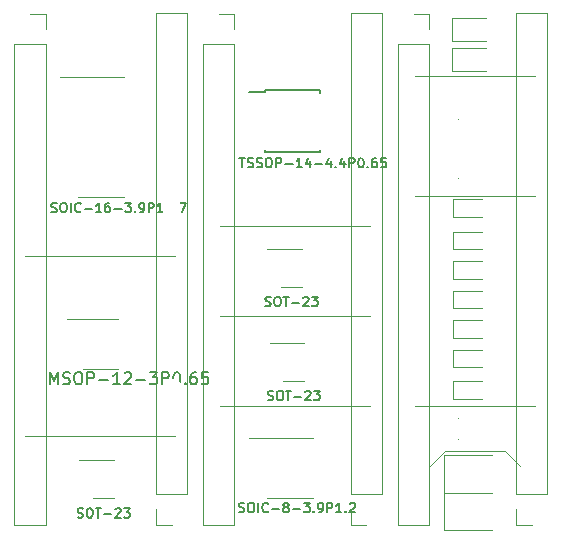
<source format=gto>
%TF.GenerationSoftware,KiCad,Pcbnew,5.1.10*%
%TF.CreationDate,2021-10-22T01:18:59+03:00*%
%TF.ProjectId,breakouts,62726561-6b6f-4757-9473-2e6b69636164,rev?*%
%TF.SameCoordinates,Original*%
%TF.FileFunction,Legend,Top*%
%TF.FilePolarity,Positive*%
%FSLAX46Y46*%
G04 Gerber Fmt 4.6, Leading zero omitted, Abs format (unit mm)*
G04 Created by KiCad (PCBNEW 5.1.10) date 2021-10-22 01:18:59*
%MOMM*%
%LPD*%
G01*
G04 APERTURE LIST*
%ADD10C,0.120000*%
%ADD11C,0.100000*%
%ADD12C,0.150000*%
%ADD13C,0.160000*%
%ADD14R,1.650000X2.850000*%
%ADD15O,1.700000X1.700000*%
%ADD16R,1.700000X1.700000*%
%ADD17R,1.560000X0.650000*%
%ADD18R,1.500000X1.800000*%
%ADD19R,1.450000X0.450000*%
G04 APERTURE END LIST*
D10*
X78740000Y-82550000D02*
X80010000Y-83820000D01*
X73660000Y-82550000D02*
X78740000Y-82550000D01*
X72390000Y-83820000D02*
X73660000Y-82550000D01*
X71120000Y-78740000D02*
X81280000Y-78740000D01*
X71120000Y-60960000D02*
X81280000Y-60960000D01*
X71120000Y-50800000D02*
X81280000Y-50800000D01*
X54610000Y-63500000D02*
X67310000Y-63500000D01*
X54610000Y-71120000D02*
X67310000Y-71120000D01*
X54610000Y-78740000D02*
X67310000Y-78740000D01*
X38100000Y-81280000D02*
X50800000Y-81280000D01*
X38100000Y-66040000D02*
X50800000Y-66040000D01*
%TO.C,J20*%
X44500000Y-71390000D02*
X41625000Y-71390000D01*
X44500000Y-71390000D02*
X46000000Y-71390000D01*
X44500000Y-75610000D02*
X43000000Y-75610000D01*
X44500000Y-75610000D02*
X46000000Y-75610000D01*
%TO.C,J18*%
X81000000Y-88794999D02*
X79670000Y-88794999D01*
X79670000Y-88794999D02*
X79670000Y-87464999D01*
X79670000Y-86194999D02*
X79670000Y-45494999D01*
X82330000Y-45494999D02*
X79670000Y-45494999D01*
X82330000Y-86194999D02*
X82330000Y-45494999D01*
X82330000Y-86194999D02*
X79670000Y-86194999D01*
%TO.C,J16*%
X71000000Y-45534999D02*
X72330000Y-45534999D01*
X72330000Y-45534999D02*
X72330000Y-46864999D01*
X72330000Y-48134999D02*
X72330000Y-88834999D01*
X69670000Y-88834999D02*
X72330000Y-88834999D01*
X69670000Y-48134999D02*
X69670000Y-88834999D01*
X69670000Y-48134999D02*
X72330000Y-48134999D01*
%TO.C,J15*%
X67000000Y-88794999D02*
X65670000Y-88794999D01*
X65670000Y-88794999D02*
X65670000Y-87464999D01*
X65670000Y-86194999D02*
X65670000Y-45494999D01*
X68330000Y-45494999D02*
X65670000Y-45494999D01*
X68330000Y-86194999D02*
X68330000Y-45494999D01*
X68330000Y-86194999D02*
X65670000Y-86194999D01*
%TO.C,J13*%
X54500000Y-45534999D02*
X55830000Y-45534999D01*
X55830000Y-45534999D02*
X55830000Y-46864999D01*
X55830000Y-48134999D02*
X55830000Y-88834999D01*
X53170000Y-88834999D02*
X55830000Y-88834999D01*
X53170000Y-48134999D02*
X53170000Y-88834999D01*
X53170000Y-48134999D02*
X55830000Y-48134999D01*
%TO.C,J12*%
X50500000Y-88794999D02*
X49170000Y-88794999D01*
X49170000Y-88794999D02*
X49170000Y-87464999D01*
X49170000Y-86194999D02*
X49170000Y-45494999D01*
X51830000Y-45494999D02*
X49170000Y-45494999D01*
X51830000Y-86194999D02*
X51830000Y-45494999D01*
X51830000Y-86194999D02*
X49170000Y-86194999D01*
%TO.C,J11*%
X38500000Y-45534999D02*
X39830000Y-45534999D01*
X39830000Y-45534999D02*
X39830000Y-46864999D01*
X39830000Y-48134999D02*
X39830000Y-88834999D01*
X37170000Y-88834999D02*
X39830000Y-88834999D01*
X37170000Y-48134999D02*
X37170000Y-88834999D01*
X37170000Y-48134999D02*
X39830000Y-48134999D01*
%TO.C,J28*%
X45650000Y-83340000D02*
X42700000Y-83340000D01*
X43850000Y-86560000D02*
X45650000Y-86560000D01*
%TO.C,J26*%
X60500000Y-81440000D02*
X57050000Y-81440000D01*
X60500000Y-81440000D02*
X62450000Y-81440000D01*
X60500000Y-86560000D02*
X58550000Y-86560000D01*
X60500000Y-86560000D02*
X62450000Y-86560000D01*
%TO.C,J22*%
X61750000Y-73390000D02*
X58800000Y-73390000D01*
X59950000Y-76610000D02*
X61750000Y-76610000D01*
%TO.C,J21*%
X74340000Y-72985000D02*
X76800000Y-72985000D01*
X74340000Y-71515000D02*
X74340000Y-72985000D01*
X76800000Y-71515000D02*
X74340000Y-71515000D01*
%TO.C,J19*%
X74340000Y-70485000D02*
X76800000Y-70485000D01*
X74340000Y-69015000D02*
X74340000Y-70485000D01*
X76800000Y-69015000D02*
X74340000Y-69015000D01*
%TO.C,J17*%
X74340000Y-67985000D02*
X76800000Y-67985000D01*
X74340000Y-66515000D02*
X74340000Y-67985000D01*
X76800000Y-66515000D02*
X74340000Y-66515000D01*
D11*
%TO.C,J8*%
X74785000Y-59500000D02*
G75*
G03*
X74785000Y-59500000I-50000J0D01*
G01*
%TO.C,J7*%
X74785000Y-57000000D02*
G75*
G03*
X74785000Y-57000000I-50000J0D01*
G01*
D10*
%TO.C,J30*%
X73540000Y-89285000D02*
X77600000Y-89285000D01*
X73540000Y-86115000D02*
X73540000Y-89285000D01*
X77600000Y-86115000D02*
X73540000Y-86115000D01*
%TO.C,J29*%
X73540000Y-86085000D02*
X77600000Y-86085000D01*
X73540000Y-82915000D02*
X73540000Y-86085000D01*
X77600000Y-82915000D02*
X73540000Y-82915000D01*
%TO.C,J14*%
X61550000Y-65440000D02*
X58600000Y-65440000D01*
X59750000Y-68660000D02*
X61550000Y-68660000D01*
%TO.C,J27*%
X74240000Y-50360000D02*
X77100000Y-50360000D01*
X74240000Y-48440000D02*
X74240000Y-50360000D01*
X77100000Y-48440000D02*
X74240000Y-48440000D01*
%TO.C,J25*%
X74240000Y-47860000D02*
X77100000Y-47860000D01*
X74240000Y-45940000D02*
X74240000Y-47860000D01*
X77100000Y-45940000D02*
X74240000Y-45940000D01*
D12*
%TO.C,J5*%
X58425000Y-52150000D02*
X57075000Y-52150000D01*
X58425000Y-57275000D02*
X63075000Y-57275000D01*
X58425000Y-52025000D02*
X63075000Y-52025000D01*
X58425000Y-57275000D02*
X58425000Y-57050000D01*
X63075000Y-57275000D02*
X63075000Y-57050000D01*
X63075000Y-52025000D02*
X63075000Y-52250000D01*
X58425000Y-52025000D02*
X58425000Y-52150000D01*
D10*
%TO.C,J24*%
X74340000Y-78135000D02*
X76800000Y-78135000D01*
X74340000Y-76665000D02*
X74340000Y-78135000D01*
X76800000Y-76665000D02*
X74340000Y-76665000D01*
%TO.C,J23*%
X74340000Y-75485000D02*
X76800000Y-75485000D01*
X74340000Y-74015000D02*
X74340000Y-75485000D01*
X76800000Y-74015000D02*
X74340000Y-74015000D01*
%TO.C,J10*%
X74340000Y-65485000D02*
X76800000Y-65485000D01*
X74340000Y-64015000D02*
X74340000Y-65485000D01*
X76800000Y-64015000D02*
X74340000Y-64015000D01*
%TO.C,J9*%
X74340000Y-62735000D02*
X76800000Y-62735000D01*
X74340000Y-61265000D02*
X74340000Y-62735000D01*
X76800000Y-61265000D02*
X74340000Y-61265000D01*
D11*
%TO.C,J6*%
X74785000Y-54500000D02*
G75*
G03*
X74785000Y-54500000I-50000J0D01*
G01*
%TO.C,J3*%
X74785000Y-52000000D02*
G75*
G03*
X74785000Y-52000000I-50000J0D01*
G01*
%TO.C,J2*%
X74785000Y-81600000D02*
G75*
G03*
X74785000Y-81600000I-50000J0D01*
G01*
D10*
%TO.C,J4*%
X44500000Y-61060000D02*
X46450000Y-61060000D01*
X44500000Y-61060000D02*
X42550000Y-61060000D01*
X44500000Y-50940000D02*
X46450000Y-50940000D01*
X44500000Y-50940000D02*
X41050000Y-50940000D01*
D11*
%TO.C,J1*%
X74785000Y-79800000D02*
G75*
G03*
X74785000Y-79800000I-50000J0D01*
G01*
%TO.C,J20*%
D12*
X40233333Y-76902380D02*
X40233333Y-75902380D01*
X40566666Y-76616666D01*
X40900000Y-75902380D01*
X40900000Y-76902380D01*
X41328571Y-76854761D02*
X41471428Y-76902380D01*
X41709523Y-76902380D01*
X41804761Y-76854761D01*
X41852380Y-76807142D01*
X41900000Y-76711904D01*
X41900000Y-76616666D01*
X41852380Y-76521428D01*
X41804761Y-76473809D01*
X41709523Y-76426190D01*
X41519047Y-76378571D01*
X41423809Y-76330952D01*
X41376190Y-76283333D01*
X41328571Y-76188095D01*
X41328571Y-76092857D01*
X41376190Y-75997619D01*
X41423809Y-75950000D01*
X41519047Y-75902380D01*
X41757142Y-75902380D01*
X41900000Y-75950000D01*
X42519047Y-75902380D02*
X42709523Y-75902380D01*
X42804761Y-75950000D01*
X42900000Y-76045238D01*
X42947619Y-76235714D01*
X42947619Y-76569047D01*
X42900000Y-76759523D01*
X42804761Y-76854761D01*
X42709523Y-76902380D01*
X42519047Y-76902380D01*
X42423809Y-76854761D01*
X42328571Y-76759523D01*
X42280952Y-76569047D01*
X42280952Y-76235714D01*
X42328571Y-76045238D01*
X42423809Y-75950000D01*
X42519047Y-75902380D01*
X43376190Y-76902380D02*
X43376190Y-75902380D01*
X43757142Y-75902380D01*
X43852380Y-75950000D01*
X43900000Y-75997619D01*
X43947619Y-76092857D01*
X43947619Y-76235714D01*
X43900000Y-76330952D01*
X43852380Y-76378571D01*
X43757142Y-76426190D01*
X43376190Y-76426190D01*
X44376190Y-76521428D02*
X45138095Y-76521428D01*
X46138095Y-76902380D02*
X45566666Y-76902380D01*
X45852380Y-76902380D02*
X45852380Y-75902380D01*
X45757142Y-76045238D01*
X45661904Y-76140476D01*
X45566666Y-76188095D01*
X46519047Y-75997619D02*
X46566666Y-75950000D01*
X46661904Y-75902380D01*
X46900000Y-75902380D01*
X46995238Y-75950000D01*
X47042857Y-75997619D01*
X47090476Y-76092857D01*
X47090476Y-76188095D01*
X47042857Y-76330952D01*
X46471428Y-76902380D01*
X47090476Y-76902380D01*
X47519047Y-76521428D02*
X48280952Y-76521428D01*
X48661904Y-75902380D02*
X49280952Y-75902380D01*
X48947619Y-76283333D01*
X49090476Y-76283333D01*
X49185714Y-76330952D01*
X49233333Y-76378571D01*
X49280952Y-76473809D01*
X49280952Y-76711904D01*
X49233333Y-76807142D01*
X49185714Y-76854761D01*
X49090476Y-76902380D01*
X48804761Y-76902380D01*
X48709523Y-76854761D01*
X48661904Y-76807142D01*
X49709523Y-76902380D02*
X49709523Y-75902380D01*
X50090476Y-75902380D01*
X50185714Y-75950000D01*
X50233333Y-75997619D01*
X50280952Y-76092857D01*
X50280952Y-76235714D01*
X50233333Y-76330952D01*
X50185714Y-76378571D01*
X50090476Y-76426190D01*
X49709523Y-76426190D01*
X50900000Y-75902380D02*
X50995238Y-75902380D01*
X51090476Y-75950000D01*
X51138095Y-75997619D01*
X51185714Y-76092857D01*
X51233333Y-76283333D01*
X51233333Y-76521428D01*
X51185714Y-76711904D01*
X51138095Y-76807142D01*
X51090476Y-76854761D01*
X50995238Y-76902380D01*
X50900000Y-76902380D01*
X50804761Y-76854761D01*
X50757142Y-76807142D01*
X50709523Y-76711904D01*
X50661904Y-76521428D01*
X50661904Y-76283333D01*
X50709523Y-76092857D01*
X50757142Y-75997619D01*
X50804761Y-75950000D01*
X50900000Y-75902380D01*
X51661904Y-76807142D02*
X51709523Y-76854761D01*
X51661904Y-76902380D01*
X51614285Y-76854761D01*
X51661904Y-76807142D01*
X51661904Y-76902380D01*
X52566666Y-75902380D02*
X52376190Y-75902380D01*
X52280952Y-75950000D01*
X52233333Y-75997619D01*
X52138095Y-76140476D01*
X52090476Y-76330952D01*
X52090476Y-76711904D01*
X52138095Y-76807142D01*
X52185714Y-76854761D01*
X52280952Y-76902380D01*
X52471428Y-76902380D01*
X52566666Y-76854761D01*
X52614285Y-76807142D01*
X52661904Y-76711904D01*
X52661904Y-76473809D01*
X52614285Y-76378571D01*
X52566666Y-76330952D01*
X52471428Y-76283333D01*
X52280952Y-76283333D01*
X52185714Y-76330952D01*
X52138095Y-76378571D01*
X52090476Y-76473809D01*
X53566666Y-75902380D02*
X53090476Y-75902380D01*
X53042857Y-76378571D01*
X53090476Y-76330952D01*
X53185714Y-76283333D01*
X53423809Y-76283333D01*
X53519047Y-76330952D01*
X53566666Y-76378571D01*
X53614285Y-76473809D01*
X53614285Y-76711904D01*
X53566666Y-76807142D01*
X53519047Y-76854761D01*
X53423809Y-76902380D01*
X53185714Y-76902380D01*
X53090476Y-76854761D01*
X53042857Y-76807142D01*
%TO.C,J28*%
D13*
X42540476Y-88173809D02*
X42654761Y-88211904D01*
X42845238Y-88211904D01*
X42921428Y-88173809D01*
X42959523Y-88135714D01*
X42997619Y-88059523D01*
X42997619Y-87983333D01*
X42959523Y-87907142D01*
X42921428Y-87869047D01*
X42845238Y-87830952D01*
X42692857Y-87792857D01*
X42616666Y-87754761D01*
X42578571Y-87716666D01*
X42540476Y-87640476D01*
X42540476Y-87564285D01*
X42578571Y-87488095D01*
X42616666Y-87450000D01*
X42692857Y-87411904D01*
X42883333Y-87411904D01*
X42997619Y-87450000D01*
X43492857Y-87411904D02*
X43645238Y-87411904D01*
X43721428Y-87450000D01*
X43797619Y-87526190D01*
X43835714Y-87678571D01*
X43835714Y-87945238D01*
X43797619Y-88097619D01*
X43721428Y-88173809D01*
X43645238Y-88211904D01*
X43492857Y-88211904D01*
X43416666Y-88173809D01*
X43340476Y-88097619D01*
X43302380Y-87945238D01*
X43302380Y-87678571D01*
X43340476Y-87526190D01*
X43416666Y-87450000D01*
X43492857Y-87411904D01*
X44064285Y-87411904D02*
X44521428Y-87411904D01*
X44292857Y-88211904D02*
X44292857Y-87411904D01*
X44788095Y-87907142D02*
X45397619Y-87907142D01*
X45740476Y-87488095D02*
X45778571Y-87450000D01*
X45854761Y-87411904D01*
X46045238Y-87411904D01*
X46121428Y-87450000D01*
X46159523Y-87488095D01*
X46197619Y-87564285D01*
X46197619Y-87640476D01*
X46159523Y-87754761D01*
X45702380Y-88211904D01*
X46197619Y-88211904D01*
X46464285Y-87411904D02*
X46959523Y-87411904D01*
X46692857Y-87716666D01*
X46807142Y-87716666D01*
X46883333Y-87754761D01*
X46921428Y-87792857D01*
X46959523Y-87869047D01*
X46959523Y-88059523D01*
X46921428Y-88135714D01*
X46883333Y-88173809D01*
X46807142Y-88211904D01*
X46578571Y-88211904D01*
X46502380Y-88173809D01*
X46464285Y-88135714D01*
%TO.C,J26*%
X56204761Y-87723809D02*
X56319047Y-87761904D01*
X56509523Y-87761904D01*
X56585714Y-87723809D01*
X56623809Y-87685714D01*
X56661904Y-87609523D01*
X56661904Y-87533333D01*
X56623809Y-87457142D01*
X56585714Y-87419047D01*
X56509523Y-87380952D01*
X56357142Y-87342857D01*
X56280952Y-87304761D01*
X56242857Y-87266666D01*
X56204761Y-87190476D01*
X56204761Y-87114285D01*
X56242857Y-87038095D01*
X56280952Y-87000000D01*
X56357142Y-86961904D01*
X56547619Y-86961904D01*
X56661904Y-87000000D01*
X57157142Y-86961904D02*
X57309523Y-86961904D01*
X57385714Y-87000000D01*
X57461904Y-87076190D01*
X57500000Y-87228571D01*
X57500000Y-87495238D01*
X57461904Y-87647619D01*
X57385714Y-87723809D01*
X57309523Y-87761904D01*
X57157142Y-87761904D01*
X57080952Y-87723809D01*
X57004761Y-87647619D01*
X56966666Y-87495238D01*
X56966666Y-87228571D01*
X57004761Y-87076190D01*
X57080952Y-87000000D01*
X57157142Y-86961904D01*
X57842857Y-87761904D02*
X57842857Y-86961904D01*
X58680952Y-87685714D02*
X58642857Y-87723809D01*
X58528571Y-87761904D01*
X58452380Y-87761904D01*
X58338095Y-87723809D01*
X58261904Y-87647619D01*
X58223809Y-87571428D01*
X58185714Y-87419047D01*
X58185714Y-87304761D01*
X58223809Y-87152380D01*
X58261904Y-87076190D01*
X58338095Y-87000000D01*
X58452380Y-86961904D01*
X58528571Y-86961904D01*
X58642857Y-87000000D01*
X58680952Y-87038095D01*
X59023809Y-87457142D02*
X59633333Y-87457142D01*
X60128571Y-87304761D02*
X60052380Y-87266666D01*
X60014285Y-87228571D01*
X59976190Y-87152380D01*
X59976190Y-87114285D01*
X60014285Y-87038095D01*
X60052380Y-87000000D01*
X60128571Y-86961904D01*
X60280952Y-86961904D01*
X60357142Y-87000000D01*
X60395238Y-87038095D01*
X60433333Y-87114285D01*
X60433333Y-87152380D01*
X60395238Y-87228571D01*
X60357142Y-87266666D01*
X60280952Y-87304761D01*
X60128571Y-87304761D01*
X60052380Y-87342857D01*
X60014285Y-87380952D01*
X59976190Y-87457142D01*
X59976190Y-87609523D01*
X60014285Y-87685714D01*
X60052380Y-87723809D01*
X60128571Y-87761904D01*
X60280952Y-87761904D01*
X60357142Y-87723809D01*
X60395238Y-87685714D01*
X60433333Y-87609523D01*
X60433333Y-87457142D01*
X60395238Y-87380952D01*
X60357142Y-87342857D01*
X60280952Y-87304761D01*
X60776190Y-87457142D02*
X61385714Y-87457142D01*
X61690476Y-86961904D02*
X62185714Y-86961904D01*
X61919047Y-87266666D01*
X62033333Y-87266666D01*
X62109523Y-87304761D01*
X62147619Y-87342857D01*
X62185714Y-87419047D01*
X62185714Y-87609523D01*
X62147619Y-87685714D01*
X62109523Y-87723809D01*
X62033333Y-87761904D01*
X61804761Y-87761904D01*
X61728571Y-87723809D01*
X61690476Y-87685714D01*
X62528571Y-87685714D02*
X62566666Y-87723809D01*
X62528571Y-87761904D01*
X62490476Y-87723809D01*
X62528571Y-87685714D01*
X62528571Y-87761904D01*
X62947619Y-87761904D02*
X63100000Y-87761904D01*
X63176190Y-87723809D01*
X63214285Y-87685714D01*
X63290476Y-87571428D01*
X63328571Y-87419047D01*
X63328571Y-87114285D01*
X63290476Y-87038095D01*
X63252380Y-87000000D01*
X63176190Y-86961904D01*
X63023809Y-86961904D01*
X62947619Y-87000000D01*
X62909523Y-87038095D01*
X62871428Y-87114285D01*
X62871428Y-87304761D01*
X62909523Y-87380952D01*
X62947619Y-87419047D01*
X63023809Y-87457142D01*
X63176190Y-87457142D01*
X63252380Y-87419047D01*
X63290476Y-87380952D01*
X63328571Y-87304761D01*
X63671428Y-87761904D02*
X63671428Y-86961904D01*
X63976190Y-86961904D01*
X64052380Y-87000000D01*
X64090476Y-87038095D01*
X64128571Y-87114285D01*
X64128571Y-87228571D01*
X64090476Y-87304761D01*
X64052380Y-87342857D01*
X63976190Y-87380952D01*
X63671428Y-87380952D01*
X64890476Y-87761904D02*
X64433333Y-87761904D01*
X64661904Y-87761904D02*
X64661904Y-86961904D01*
X64585714Y-87076190D01*
X64509523Y-87152380D01*
X64433333Y-87190476D01*
X65233333Y-87685714D02*
X65271428Y-87723809D01*
X65233333Y-87761904D01*
X65195238Y-87723809D01*
X65233333Y-87685714D01*
X65233333Y-87761904D01*
X65576190Y-87038095D02*
X65614285Y-87000000D01*
X65690476Y-86961904D01*
X65880952Y-86961904D01*
X65957142Y-87000000D01*
X65995238Y-87038095D01*
X66033333Y-87114285D01*
X66033333Y-87190476D01*
X65995238Y-87304761D01*
X65538095Y-87761904D01*
X66033333Y-87761904D01*
X66300000Y-86961904D02*
X66833333Y-86961904D01*
X66490476Y-87761904D01*
%TO.C,J22*%
X58640476Y-78223809D02*
X58754761Y-78261904D01*
X58945238Y-78261904D01*
X59021428Y-78223809D01*
X59059523Y-78185714D01*
X59097619Y-78109523D01*
X59097619Y-78033333D01*
X59059523Y-77957142D01*
X59021428Y-77919047D01*
X58945238Y-77880952D01*
X58792857Y-77842857D01*
X58716666Y-77804761D01*
X58678571Y-77766666D01*
X58640476Y-77690476D01*
X58640476Y-77614285D01*
X58678571Y-77538095D01*
X58716666Y-77500000D01*
X58792857Y-77461904D01*
X58983333Y-77461904D01*
X59097619Y-77500000D01*
X59592857Y-77461904D02*
X59745238Y-77461904D01*
X59821428Y-77500000D01*
X59897619Y-77576190D01*
X59935714Y-77728571D01*
X59935714Y-77995238D01*
X59897619Y-78147619D01*
X59821428Y-78223809D01*
X59745238Y-78261904D01*
X59592857Y-78261904D01*
X59516666Y-78223809D01*
X59440476Y-78147619D01*
X59402380Y-77995238D01*
X59402380Y-77728571D01*
X59440476Y-77576190D01*
X59516666Y-77500000D01*
X59592857Y-77461904D01*
X60164285Y-77461904D02*
X60621428Y-77461904D01*
X60392857Y-78261904D02*
X60392857Y-77461904D01*
X60888095Y-77957142D02*
X61497619Y-77957142D01*
X61840476Y-77538095D02*
X61878571Y-77500000D01*
X61954761Y-77461904D01*
X62145238Y-77461904D01*
X62221428Y-77500000D01*
X62259523Y-77538095D01*
X62297619Y-77614285D01*
X62297619Y-77690476D01*
X62259523Y-77804761D01*
X61802380Y-78261904D01*
X62297619Y-78261904D01*
X62564285Y-77461904D02*
X63059523Y-77461904D01*
X62792857Y-77766666D01*
X62907142Y-77766666D01*
X62983333Y-77804761D01*
X63021428Y-77842857D01*
X63059523Y-77919047D01*
X63059523Y-78109523D01*
X63021428Y-78185714D01*
X62983333Y-78223809D01*
X62907142Y-78261904D01*
X62678571Y-78261904D01*
X62602380Y-78223809D01*
X62564285Y-78185714D01*
%TO.C,J14*%
X58440476Y-70273809D02*
X58554761Y-70311904D01*
X58745238Y-70311904D01*
X58821428Y-70273809D01*
X58859523Y-70235714D01*
X58897619Y-70159523D01*
X58897619Y-70083333D01*
X58859523Y-70007142D01*
X58821428Y-69969047D01*
X58745238Y-69930952D01*
X58592857Y-69892857D01*
X58516666Y-69854761D01*
X58478571Y-69816666D01*
X58440476Y-69740476D01*
X58440476Y-69664285D01*
X58478571Y-69588095D01*
X58516666Y-69550000D01*
X58592857Y-69511904D01*
X58783333Y-69511904D01*
X58897619Y-69550000D01*
X59392857Y-69511904D02*
X59545238Y-69511904D01*
X59621428Y-69550000D01*
X59697619Y-69626190D01*
X59735714Y-69778571D01*
X59735714Y-70045238D01*
X59697619Y-70197619D01*
X59621428Y-70273809D01*
X59545238Y-70311904D01*
X59392857Y-70311904D01*
X59316666Y-70273809D01*
X59240476Y-70197619D01*
X59202380Y-70045238D01*
X59202380Y-69778571D01*
X59240476Y-69626190D01*
X59316666Y-69550000D01*
X59392857Y-69511904D01*
X59964285Y-69511904D02*
X60421428Y-69511904D01*
X60192857Y-70311904D02*
X60192857Y-69511904D01*
X60688095Y-70007142D02*
X61297619Y-70007142D01*
X61640476Y-69588095D02*
X61678571Y-69550000D01*
X61754761Y-69511904D01*
X61945238Y-69511904D01*
X62021428Y-69550000D01*
X62059523Y-69588095D01*
X62097619Y-69664285D01*
X62097619Y-69740476D01*
X62059523Y-69854761D01*
X61602380Y-70311904D01*
X62097619Y-70311904D01*
X62364285Y-69511904D02*
X62859523Y-69511904D01*
X62592857Y-69816666D01*
X62707142Y-69816666D01*
X62783333Y-69854761D01*
X62821428Y-69892857D01*
X62859523Y-69969047D01*
X62859523Y-70159523D01*
X62821428Y-70235714D01*
X62783333Y-70273809D01*
X62707142Y-70311904D01*
X62478571Y-70311904D01*
X62402380Y-70273809D01*
X62364285Y-70235714D01*
%TO.C,J5*%
X56252380Y-57761904D02*
X56709523Y-57761904D01*
X56480952Y-58561904D02*
X56480952Y-57761904D01*
X56938095Y-58523809D02*
X57052380Y-58561904D01*
X57242857Y-58561904D01*
X57319047Y-58523809D01*
X57357142Y-58485714D01*
X57395238Y-58409523D01*
X57395238Y-58333333D01*
X57357142Y-58257142D01*
X57319047Y-58219047D01*
X57242857Y-58180952D01*
X57090476Y-58142857D01*
X57014285Y-58104761D01*
X56976190Y-58066666D01*
X56938095Y-57990476D01*
X56938095Y-57914285D01*
X56976190Y-57838095D01*
X57014285Y-57800000D01*
X57090476Y-57761904D01*
X57280952Y-57761904D01*
X57395238Y-57800000D01*
X57700000Y-58523809D02*
X57814285Y-58561904D01*
X58004761Y-58561904D01*
X58080952Y-58523809D01*
X58119047Y-58485714D01*
X58157142Y-58409523D01*
X58157142Y-58333333D01*
X58119047Y-58257142D01*
X58080952Y-58219047D01*
X58004761Y-58180952D01*
X57852380Y-58142857D01*
X57776190Y-58104761D01*
X57738095Y-58066666D01*
X57700000Y-57990476D01*
X57700000Y-57914285D01*
X57738095Y-57838095D01*
X57776190Y-57800000D01*
X57852380Y-57761904D01*
X58042857Y-57761904D01*
X58157142Y-57800000D01*
X58652380Y-57761904D02*
X58804761Y-57761904D01*
X58880952Y-57800000D01*
X58957142Y-57876190D01*
X58995238Y-58028571D01*
X58995238Y-58295238D01*
X58957142Y-58447619D01*
X58880952Y-58523809D01*
X58804761Y-58561904D01*
X58652380Y-58561904D01*
X58576190Y-58523809D01*
X58500000Y-58447619D01*
X58461904Y-58295238D01*
X58461904Y-58028571D01*
X58500000Y-57876190D01*
X58576190Y-57800000D01*
X58652380Y-57761904D01*
X59338095Y-58561904D02*
X59338095Y-57761904D01*
X59642857Y-57761904D01*
X59719047Y-57800000D01*
X59757142Y-57838095D01*
X59795238Y-57914285D01*
X59795238Y-58028571D01*
X59757142Y-58104761D01*
X59719047Y-58142857D01*
X59642857Y-58180952D01*
X59338095Y-58180952D01*
X60138095Y-58257142D02*
X60747619Y-58257142D01*
X61547619Y-58561904D02*
X61090476Y-58561904D01*
X61319047Y-58561904D02*
X61319047Y-57761904D01*
X61242857Y-57876190D01*
X61166666Y-57952380D01*
X61090476Y-57990476D01*
X62233333Y-58028571D02*
X62233333Y-58561904D01*
X62042857Y-57723809D02*
X61852380Y-58295238D01*
X62347619Y-58295238D01*
X62652380Y-58257142D02*
X63261904Y-58257142D01*
X63985714Y-58028571D02*
X63985714Y-58561904D01*
X63795238Y-57723809D02*
X63604761Y-58295238D01*
X64100000Y-58295238D01*
X64404761Y-58485714D02*
X64442857Y-58523809D01*
X64404761Y-58561904D01*
X64366666Y-58523809D01*
X64404761Y-58485714D01*
X64404761Y-58561904D01*
X65128571Y-58028571D02*
X65128571Y-58561904D01*
X64938095Y-57723809D02*
X64747619Y-58295238D01*
X65242857Y-58295238D01*
X65547619Y-58561904D02*
X65547619Y-57761904D01*
X65852380Y-57761904D01*
X65928571Y-57800000D01*
X65966666Y-57838095D01*
X66004761Y-57914285D01*
X66004761Y-58028571D01*
X65966666Y-58104761D01*
X65928571Y-58142857D01*
X65852380Y-58180952D01*
X65547619Y-58180952D01*
X66500000Y-57761904D02*
X66576190Y-57761904D01*
X66652380Y-57800000D01*
X66690476Y-57838095D01*
X66728571Y-57914285D01*
X66766666Y-58066666D01*
X66766666Y-58257142D01*
X66728571Y-58409523D01*
X66690476Y-58485714D01*
X66652380Y-58523809D01*
X66576190Y-58561904D01*
X66500000Y-58561904D01*
X66423809Y-58523809D01*
X66385714Y-58485714D01*
X66347619Y-58409523D01*
X66309523Y-58257142D01*
X66309523Y-58066666D01*
X66347619Y-57914285D01*
X66385714Y-57838095D01*
X66423809Y-57800000D01*
X66500000Y-57761904D01*
X67109523Y-58485714D02*
X67147619Y-58523809D01*
X67109523Y-58561904D01*
X67071428Y-58523809D01*
X67109523Y-58485714D01*
X67109523Y-58561904D01*
X67833333Y-57761904D02*
X67680952Y-57761904D01*
X67604761Y-57800000D01*
X67566666Y-57838095D01*
X67490476Y-57952380D01*
X67452380Y-58104761D01*
X67452380Y-58409523D01*
X67490476Y-58485714D01*
X67528571Y-58523809D01*
X67604761Y-58561904D01*
X67757142Y-58561904D01*
X67833333Y-58523809D01*
X67871428Y-58485714D01*
X67909523Y-58409523D01*
X67909523Y-58219047D01*
X67871428Y-58142857D01*
X67833333Y-58104761D01*
X67757142Y-58066666D01*
X67604761Y-58066666D01*
X67528571Y-58104761D01*
X67490476Y-58142857D01*
X67452380Y-58219047D01*
X68633333Y-57761904D02*
X68252380Y-57761904D01*
X68214285Y-58142857D01*
X68252380Y-58104761D01*
X68328571Y-58066666D01*
X68519047Y-58066666D01*
X68595238Y-58104761D01*
X68633333Y-58142857D01*
X68671428Y-58219047D01*
X68671428Y-58409523D01*
X68633333Y-58485714D01*
X68595238Y-58523809D01*
X68519047Y-58561904D01*
X68328571Y-58561904D01*
X68252380Y-58523809D01*
X68214285Y-58485714D01*
%TO.C,J4*%
X40323809Y-62323809D02*
X40438095Y-62361904D01*
X40628571Y-62361904D01*
X40704761Y-62323809D01*
X40742857Y-62285714D01*
X40780952Y-62209523D01*
X40780952Y-62133333D01*
X40742857Y-62057142D01*
X40704761Y-62019047D01*
X40628571Y-61980952D01*
X40476190Y-61942857D01*
X40400000Y-61904761D01*
X40361904Y-61866666D01*
X40323809Y-61790476D01*
X40323809Y-61714285D01*
X40361904Y-61638095D01*
X40400000Y-61600000D01*
X40476190Y-61561904D01*
X40666666Y-61561904D01*
X40780952Y-61600000D01*
X41276190Y-61561904D02*
X41428571Y-61561904D01*
X41504761Y-61600000D01*
X41580952Y-61676190D01*
X41619047Y-61828571D01*
X41619047Y-62095238D01*
X41580952Y-62247619D01*
X41504761Y-62323809D01*
X41428571Y-62361904D01*
X41276190Y-62361904D01*
X41200000Y-62323809D01*
X41123809Y-62247619D01*
X41085714Y-62095238D01*
X41085714Y-61828571D01*
X41123809Y-61676190D01*
X41200000Y-61600000D01*
X41276190Y-61561904D01*
X41961904Y-62361904D02*
X41961904Y-61561904D01*
X42800000Y-62285714D02*
X42761904Y-62323809D01*
X42647619Y-62361904D01*
X42571428Y-62361904D01*
X42457142Y-62323809D01*
X42380952Y-62247619D01*
X42342857Y-62171428D01*
X42304761Y-62019047D01*
X42304761Y-61904761D01*
X42342857Y-61752380D01*
X42380952Y-61676190D01*
X42457142Y-61600000D01*
X42571428Y-61561904D01*
X42647619Y-61561904D01*
X42761904Y-61600000D01*
X42800000Y-61638095D01*
X43142857Y-62057142D02*
X43752380Y-62057142D01*
X44552380Y-62361904D02*
X44095238Y-62361904D01*
X44323809Y-62361904D02*
X44323809Y-61561904D01*
X44247619Y-61676190D01*
X44171428Y-61752380D01*
X44095238Y-61790476D01*
X45238095Y-61561904D02*
X45085714Y-61561904D01*
X45009523Y-61600000D01*
X44971428Y-61638095D01*
X44895238Y-61752380D01*
X44857142Y-61904761D01*
X44857142Y-62209523D01*
X44895238Y-62285714D01*
X44933333Y-62323809D01*
X45009523Y-62361904D01*
X45161904Y-62361904D01*
X45238095Y-62323809D01*
X45276190Y-62285714D01*
X45314285Y-62209523D01*
X45314285Y-62019047D01*
X45276190Y-61942857D01*
X45238095Y-61904761D01*
X45161904Y-61866666D01*
X45009523Y-61866666D01*
X44933333Y-61904761D01*
X44895238Y-61942857D01*
X44857142Y-62019047D01*
X45657142Y-62057142D02*
X46266666Y-62057142D01*
X46571428Y-61561904D02*
X47066666Y-61561904D01*
X46800000Y-61866666D01*
X46914285Y-61866666D01*
X46990476Y-61904761D01*
X47028571Y-61942857D01*
X47066666Y-62019047D01*
X47066666Y-62209523D01*
X47028571Y-62285714D01*
X46990476Y-62323809D01*
X46914285Y-62361904D01*
X46685714Y-62361904D01*
X46609523Y-62323809D01*
X46571428Y-62285714D01*
X47409523Y-62285714D02*
X47447619Y-62323809D01*
X47409523Y-62361904D01*
X47371428Y-62323809D01*
X47409523Y-62285714D01*
X47409523Y-62361904D01*
X47828571Y-62361904D02*
X47980952Y-62361904D01*
X48057142Y-62323809D01*
X48095238Y-62285714D01*
X48171428Y-62171428D01*
X48209523Y-62019047D01*
X48209523Y-61714285D01*
X48171428Y-61638095D01*
X48133333Y-61600000D01*
X48057142Y-61561904D01*
X47904761Y-61561904D01*
X47828571Y-61600000D01*
X47790476Y-61638095D01*
X47752380Y-61714285D01*
X47752380Y-61904761D01*
X47790476Y-61980952D01*
X47828571Y-62019047D01*
X47904761Y-62057142D01*
X48057142Y-62057142D01*
X48133333Y-62019047D01*
X48171428Y-61980952D01*
X48209523Y-61904761D01*
X48552380Y-62361904D02*
X48552380Y-61561904D01*
X48857142Y-61561904D01*
X48933333Y-61600000D01*
X48971428Y-61638095D01*
X49009523Y-61714285D01*
X49009523Y-61828571D01*
X48971428Y-61904761D01*
X48933333Y-61942857D01*
X48857142Y-61980952D01*
X48552380Y-61980952D01*
X49771428Y-62361904D02*
X49314285Y-62361904D01*
X49542857Y-62361904D02*
X49542857Y-61561904D01*
X49466666Y-61676190D01*
X49390476Y-61752380D01*
X49314285Y-61790476D01*
X50114285Y-62285714D02*
X50152380Y-62323809D01*
X50114285Y-62361904D01*
X50076190Y-62323809D01*
X50114285Y-62285714D01*
X50114285Y-62361904D01*
X50457142Y-61638095D02*
X50495238Y-61600000D01*
X50571428Y-61561904D01*
X50761904Y-61561904D01*
X50838095Y-61600000D01*
X50876190Y-61638095D01*
X50914285Y-61714285D01*
X50914285Y-61790476D01*
X50876190Y-61904761D01*
X50419047Y-62361904D01*
X50914285Y-62361904D01*
X51180952Y-61561904D02*
X51714285Y-61561904D01*
X51371428Y-62361904D01*
%TD*%
%LPC*%
D14*
%TO.C,J20*%
X44500000Y-73500000D03*
G36*
G01*
X45925000Y-71975000D02*
X45925000Y-71775000D01*
G75*
G02*
X46025000Y-71675000I100000J0D01*
G01*
X47275000Y-71675000D01*
G75*
G02*
X47375000Y-71775000I0J-100000D01*
G01*
X47375000Y-71975000D01*
G75*
G02*
X47275000Y-72075000I-100000J0D01*
G01*
X46025000Y-72075000D01*
G75*
G02*
X45925000Y-71975000I0J100000D01*
G01*
G37*
G36*
G01*
X45925000Y-72625000D02*
X45925000Y-72425000D01*
G75*
G02*
X46025000Y-72325000I100000J0D01*
G01*
X47275000Y-72325000D01*
G75*
G02*
X47375000Y-72425000I0J-100000D01*
G01*
X47375000Y-72625000D01*
G75*
G02*
X47275000Y-72725000I-100000J0D01*
G01*
X46025000Y-72725000D01*
G75*
G02*
X45925000Y-72625000I0J100000D01*
G01*
G37*
G36*
G01*
X45925000Y-73275000D02*
X45925000Y-73075000D01*
G75*
G02*
X46025000Y-72975000I100000J0D01*
G01*
X47275000Y-72975000D01*
G75*
G02*
X47375000Y-73075000I0J-100000D01*
G01*
X47375000Y-73275000D01*
G75*
G02*
X47275000Y-73375000I-100000J0D01*
G01*
X46025000Y-73375000D01*
G75*
G02*
X45925000Y-73275000I0J100000D01*
G01*
G37*
G36*
G01*
X45925000Y-73925000D02*
X45925000Y-73725000D01*
G75*
G02*
X46025000Y-73625000I100000J0D01*
G01*
X47275000Y-73625000D01*
G75*
G02*
X47375000Y-73725000I0J-100000D01*
G01*
X47375000Y-73925000D01*
G75*
G02*
X47275000Y-74025000I-100000J0D01*
G01*
X46025000Y-74025000D01*
G75*
G02*
X45925000Y-73925000I0J100000D01*
G01*
G37*
G36*
G01*
X45925000Y-74575000D02*
X45925000Y-74375000D01*
G75*
G02*
X46025000Y-74275000I100000J0D01*
G01*
X47275000Y-74275000D01*
G75*
G02*
X47375000Y-74375000I0J-100000D01*
G01*
X47375000Y-74575000D01*
G75*
G02*
X47275000Y-74675000I-100000J0D01*
G01*
X46025000Y-74675000D01*
G75*
G02*
X45925000Y-74575000I0J100000D01*
G01*
G37*
G36*
G01*
X45925000Y-75225000D02*
X45925000Y-75025000D01*
G75*
G02*
X46025000Y-74925000I100000J0D01*
G01*
X47275000Y-74925000D01*
G75*
G02*
X47375000Y-75025000I0J-100000D01*
G01*
X47375000Y-75225000D01*
G75*
G02*
X47275000Y-75325000I-100000J0D01*
G01*
X46025000Y-75325000D01*
G75*
G02*
X45925000Y-75225000I0J100000D01*
G01*
G37*
G36*
G01*
X41625000Y-75225000D02*
X41625000Y-75025000D01*
G75*
G02*
X41725000Y-74925000I100000J0D01*
G01*
X42975000Y-74925000D01*
G75*
G02*
X43075000Y-75025000I0J-100000D01*
G01*
X43075000Y-75225000D01*
G75*
G02*
X42975000Y-75325000I-100000J0D01*
G01*
X41725000Y-75325000D01*
G75*
G02*
X41625000Y-75225000I0J100000D01*
G01*
G37*
G36*
G01*
X41625000Y-74575000D02*
X41625000Y-74375000D01*
G75*
G02*
X41725000Y-74275000I100000J0D01*
G01*
X42975000Y-74275000D01*
G75*
G02*
X43075000Y-74375000I0J-100000D01*
G01*
X43075000Y-74575000D01*
G75*
G02*
X42975000Y-74675000I-100000J0D01*
G01*
X41725000Y-74675000D01*
G75*
G02*
X41625000Y-74575000I0J100000D01*
G01*
G37*
G36*
G01*
X41625000Y-73925000D02*
X41625000Y-73725000D01*
G75*
G02*
X41725000Y-73625000I100000J0D01*
G01*
X42975000Y-73625000D01*
G75*
G02*
X43075000Y-73725000I0J-100000D01*
G01*
X43075000Y-73925000D01*
G75*
G02*
X42975000Y-74025000I-100000J0D01*
G01*
X41725000Y-74025000D01*
G75*
G02*
X41625000Y-73925000I0J100000D01*
G01*
G37*
G36*
G01*
X41625000Y-73275000D02*
X41625000Y-73075000D01*
G75*
G02*
X41725000Y-72975000I100000J0D01*
G01*
X42975000Y-72975000D01*
G75*
G02*
X43075000Y-73075000I0J-100000D01*
G01*
X43075000Y-73275000D01*
G75*
G02*
X42975000Y-73375000I-100000J0D01*
G01*
X41725000Y-73375000D01*
G75*
G02*
X41625000Y-73275000I0J100000D01*
G01*
G37*
G36*
G01*
X41625000Y-72625000D02*
X41625000Y-72425000D01*
G75*
G02*
X41725000Y-72325000I100000J0D01*
G01*
X42975000Y-72325000D01*
G75*
G02*
X43075000Y-72425000I0J-100000D01*
G01*
X43075000Y-72625000D01*
G75*
G02*
X42975000Y-72725000I-100000J0D01*
G01*
X41725000Y-72725000D01*
G75*
G02*
X41625000Y-72625000I0J100000D01*
G01*
G37*
G36*
G01*
X41625000Y-71975000D02*
X41625000Y-71775000D01*
G75*
G02*
X41725000Y-71675000I100000J0D01*
G01*
X42975000Y-71675000D01*
G75*
G02*
X43075000Y-71775000I0J-100000D01*
G01*
X43075000Y-71975000D01*
G75*
G02*
X42975000Y-72075000I-100000J0D01*
G01*
X41725000Y-72075000D01*
G75*
G02*
X41625000Y-71975000I0J100000D01*
G01*
G37*
%TD*%
D15*
%TO.C,J18*%
X81000000Y-46824999D03*
X81000000Y-49364999D03*
X81000000Y-51904999D03*
X81000000Y-54444999D03*
X81000000Y-56984999D03*
X81000000Y-59524999D03*
X81000000Y-62064999D03*
X81000000Y-64604999D03*
X81000000Y-67144999D03*
X81000000Y-69684999D03*
X81000000Y-72224999D03*
X81000000Y-74764999D03*
X81000000Y-77304999D03*
X81000000Y-79844999D03*
X81000000Y-82384999D03*
X81000000Y-84924999D03*
D16*
X81000000Y-87464999D03*
%TD*%
D15*
%TO.C,J16*%
X71000000Y-87504999D03*
X71000000Y-84964999D03*
X71000000Y-82424999D03*
X71000000Y-79884999D03*
X71000000Y-77344999D03*
X71000000Y-74804999D03*
X71000000Y-72264999D03*
X71000000Y-69724999D03*
X71000000Y-67184999D03*
X71000000Y-64644999D03*
X71000000Y-62104999D03*
X71000000Y-59564999D03*
X71000000Y-57024999D03*
X71000000Y-54484999D03*
X71000000Y-51944999D03*
X71000000Y-49404999D03*
D16*
X71000000Y-46864999D03*
%TD*%
D15*
%TO.C,J15*%
X67000000Y-46824999D03*
X67000000Y-49364999D03*
X67000000Y-51904999D03*
X67000000Y-54444999D03*
X67000000Y-56984999D03*
X67000000Y-59524999D03*
X67000000Y-62064999D03*
X67000000Y-64604999D03*
X67000000Y-67144999D03*
X67000000Y-69684999D03*
X67000000Y-72224999D03*
X67000000Y-74764999D03*
X67000000Y-77304999D03*
X67000000Y-79844999D03*
X67000000Y-82384999D03*
X67000000Y-84924999D03*
D16*
X67000000Y-87464999D03*
%TD*%
D15*
%TO.C,J13*%
X54500000Y-87504999D03*
X54500000Y-84964999D03*
X54500000Y-82424999D03*
X54500000Y-79884999D03*
X54500000Y-77344999D03*
X54500000Y-74804999D03*
X54500000Y-72264999D03*
X54500000Y-69724999D03*
X54500000Y-67184999D03*
X54500000Y-64644999D03*
X54500000Y-62104999D03*
X54500000Y-59564999D03*
X54500000Y-57024999D03*
X54500000Y-54484999D03*
X54500000Y-51944999D03*
X54500000Y-49404999D03*
D16*
X54500000Y-46864999D03*
%TD*%
D15*
%TO.C,J12*%
X50500000Y-46824999D03*
X50500000Y-49364999D03*
X50500000Y-51904999D03*
X50500000Y-54444999D03*
X50500000Y-56984999D03*
X50500000Y-59524999D03*
X50500000Y-62064999D03*
X50500000Y-64604999D03*
X50500000Y-67144999D03*
X50500000Y-69684999D03*
X50500000Y-72224999D03*
X50500000Y-74764999D03*
X50500000Y-77304999D03*
X50500000Y-79844999D03*
X50500000Y-82384999D03*
X50500000Y-84924999D03*
D16*
X50500000Y-87464999D03*
%TD*%
D15*
%TO.C,J11*%
X38500000Y-87504999D03*
X38500000Y-84964999D03*
X38500000Y-82424999D03*
X38500000Y-79884999D03*
X38500000Y-77344999D03*
X38500000Y-74804999D03*
X38500000Y-72264999D03*
X38500000Y-69724999D03*
X38500000Y-67184999D03*
X38500000Y-64644999D03*
X38500000Y-62104999D03*
X38500000Y-59564999D03*
X38500000Y-57024999D03*
X38500000Y-54484999D03*
X38500000Y-51944999D03*
X38500000Y-49404999D03*
D16*
X38500000Y-46864999D03*
%TD*%
D17*
%TO.C,J28*%
X46100000Y-84950000D03*
X46100000Y-84000000D03*
X46100000Y-85900000D03*
X43400000Y-85900000D03*
X43400000Y-84950000D03*
X43400000Y-84000000D03*
%TD*%
%TO.C,J26*%
G36*
G01*
X62000000Y-82245000D02*
X62000000Y-81945000D01*
G75*
G02*
X62150000Y-81795000I150000J0D01*
G01*
X63800000Y-81795000D01*
G75*
G02*
X63950000Y-81945000I0J-150000D01*
G01*
X63950000Y-82245000D01*
G75*
G02*
X63800000Y-82395000I-150000J0D01*
G01*
X62150000Y-82395000D01*
G75*
G02*
X62000000Y-82245000I0J150000D01*
G01*
G37*
G36*
G01*
X62000000Y-83515000D02*
X62000000Y-83215000D01*
G75*
G02*
X62150000Y-83065000I150000J0D01*
G01*
X63800000Y-83065000D01*
G75*
G02*
X63950000Y-83215000I0J-150000D01*
G01*
X63950000Y-83515000D01*
G75*
G02*
X63800000Y-83665000I-150000J0D01*
G01*
X62150000Y-83665000D01*
G75*
G02*
X62000000Y-83515000I0J150000D01*
G01*
G37*
G36*
G01*
X62000000Y-84785000D02*
X62000000Y-84485000D01*
G75*
G02*
X62150000Y-84335000I150000J0D01*
G01*
X63800000Y-84335000D01*
G75*
G02*
X63950000Y-84485000I0J-150000D01*
G01*
X63950000Y-84785000D01*
G75*
G02*
X63800000Y-84935000I-150000J0D01*
G01*
X62150000Y-84935000D01*
G75*
G02*
X62000000Y-84785000I0J150000D01*
G01*
G37*
G36*
G01*
X62000000Y-86055000D02*
X62000000Y-85755000D01*
G75*
G02*
X62150000Y-85605000I150000J0D01*
G01*
X63800000Y-85605000D01*
G75*
G02*
X63950000Y-85755000I0J-150000D01*
G01*
X63950000Y-86055000D01*
G75*
G02*
X63800000Y-86205000I-150000J0D01*
G01*
X62150000Y-86205000D01*
G75*
G02*
X62000000Y-86055000I0J150000D01*
G01*
G37*
G36*
G01*
X57050000Y-86055000D02*
X57050000Y-85755000D01*
G75*
G02*
X57200000Y-85605000I150000J0D01*
G01*
X58850000Y-85605000D01*
G75*
G02*
X59000000Y-85755000I0J-150000D01*
G01*
X59000000Y-86055000D01*
G75*
G02*
X58850000Y-86205000I-150000J0D01*
G01*
X57200000Y-86205000D01*
G75*
G02*
X57050000Y-86055000I0J150000D01*
G01*
G37*
G36*
G01*
X57050000Y-84785000D02*
X57050000Y-84485000D01*
G75*
G02*
X57200000Y-84335000I150000J0D01*
G01*
X58850000Y-84335000D01*
G75*
G02*
X59000000Y-84485000I0J-150000D01*
G01*
X59000000Y-84785000D01*
G75*
G02*
X58850000Y-84935000I-150000J0D01*
G01*
X57200000Y-84935000D01*
G75*
G02*
X57050000Y-84785000I0J150000D01*
G01*
G37*
G36*
G01*
X57050000Y-83515000D02*
X57050000Y-83215000D01*
G75*
G02*
X57200000Y-83065000I150000J0D01*
G01*
X58850000Y-83065000D01*
G75*
G02*
X59000000Y-83215000I0J-150000D01*
G01*
X59000000Y-83515000D01*
G75*
G02*
X58850000Y-83665000I-150000J0D01*
G01*
X57200000Y-83665000D01*
G75*
G02*
X57050000Y-83515000I0J150000D01*
G01*
G37*
G36*
G01*
X57050000Y-82245000D02*
X57050000Y-81945000D01*
G75*
G02*
X57200000Y-81795000I150000J0D01*
G01*
X58850000Y-81795000D01*
G75*
G02*
X59000000Y-81945000I0J-150000D01*
G01*
X59000000Y-82245000D01*
G75*
G02*
X58850000Y-82395000I-150000J0D01*
G01*
X57200000Y-82395000D01*
G75*
G02*
X57050000Y-82245000I0J150000D01*
G01*
G37*
%TD*%
%TO.C,J22*%
X62200000Y-75000000D03*
X62200000Y-74050000D03*
X62200000Y-75950000D03*
X59500000Y-75950000D03*
X59500000Y-75000000D03*
X59500000Y-74050000D03*
%TD*%
%TO.C,J21*%
G36*
G01*
X76350000Y-72487500D02*
X76350000Y-72012500D01*
G75*
G02*
X76587500Y-71775000I237500J0D01*
G01*
X77162500Y-71775000D01*
G75*
G02*
X77400000Y-72012500I0J-237500D01*
G01*
X77400000Y-72487500D01*
G75*
G02*
X77162500Y-72725000I-237500J0D01*
G01*
X76587500Y-72725000D01*
G75*
G02*
X76350000Y-72487500I0J237500D01*
G01*
G37*
G36*
G01*
X74600000Y-72487500D02*
X74600000Y-72012500D01*
G75*
G02*
X74837500Y-71775000I237500J0D01*
G01*
X75412500Y-71775000D01*
G75*
G02*
X75650000Y-72012500I0J-237500D01*
G01*
X75650000Y-72487500D01*
G75*
G02*
X75412500Y-72725000I-237500J0D01*
G01*
X74837500Y-72725000D01*
G75*
G02*
X74600000Y-72487500I0J237500D01*
G01*
G37*
%TD*%
%TO.C,J19*%
G36*
G01*
X76350000Y-69987500D02*
X76350000Y-69512500D01*
G75*
G02*
X76587500Y-69275000I237500J0D01*
G01*
X77162500Y-69275000D01*
G75*
G02*
X77400000Y-69512500I0J-237500D01*
G01*
X77400000Y-69987500D01*
G75*
G02*
X77162500Y-70225000I-237500J0D01*
G01*
X76587500Y-70225000D01*
G75*
G02*
X76350000Y-69987500I0J237500D01*
G01*
G37*
G36*
G01*
X74600000Y-69987500D02*
X74600000Y-69512500D01*
G75*
G02*
X74837500Y-69275000I237500J0D01*
G01*
X75412500Y-69275000D01*
G75*
G02*
X75650000Y-69512500I0J-237500D01*
G01*
X75650000Y-69987500D01*
G75*
G02*
X75412500Y-70225000I-237500J0D01*
G01*
X74837500Y-70225000D01*
G75*
G02*
X74600000Y-69987500I0J237500D01*
G01*
G37*
%TD*%
%TO.C,J17*%
G36*
G01*
X76350000Y-67487500D02*
X76350000Y-67012500D01*
G75*
G02*
X76587500Y-66775000I237500J0D01*
G01*
X77162500Y-66775000D01*
G75*
G02*
X77400000Y-67012500I0J-237500D01*
G01*
X77400000Y-67487500D01*
G75*
G02*
X77162500Y-67725000I-237500J0D01*
G01*
X76587500Y-67725000D01*
G75*
G02*
X76350000Y-67487500I0J237500D01*
G01*
G37*
G36*
G01*
X74600000Y-67487500D02*
X74600000Y-67012500D01*
G75*
G02*
X74837500Y-66775000I237500J0D01*
G01*
X75412500Y-66775000D01*
G75*
G02*
X75650000Y-67012500I0J-237500D01*
G01*
X75650000Y-67487500D01*
G75*
G02*
X75412500Y-67725000I-237500J0D01*
G01*
X74837500Y-67725000D01*
G75*
G02*
X74600000Y-67487500I0J237500D01*
G01*
G37*
%TD*%
%TO.C,J8*%
G36*
G01*
X75045000Y-59660000D02*
X75045000Y-59340000D01*
G75*
G02*
X75205000Y-59180000I160000J0D01*
G01*
X75650000Y-59180000D01*
G75*
G02*
X75810000Y-59340000I0J-160000D01*
G01*
X75810000Y-59660000D01*
G75*
G02*
X75650000Y-59820000I-160000J0D01*
G01*
X75205000Y-59820000D01*
G75*
G02*
X75045000Y-59660000I0J160000D01*
G01*
G37*
G36*
G01*
X76190000Y-59660000D02*
X76190000Y-59340000D01*
G75*
G02*
X76350000Y-59180000I160000J0D01*
G01*
X76795000Y-59180000D01*
G75*
G02*
X76955000Y-59340000I0J-160000D01*
G01*
X76955000Y-59660000D01*
G75*
G02*
X76795000Y-59820000I-160000J0D01*
G01*
X76350000Y-59820000D01*
G75*
G02*
X76190000Y-59660000I0J160000D01*
G01*
G37*
%TD*%
%TO.C,J7*%
G36*
G01*
X75045000Y-57160000D02*
X75045000Y-56840000D01*
G75*
G02*
X75205000Y-56680000I160000J0D01*
G01*
X75650000Y-56680000D01*
G75*
G02*
X75810000Y-56840000I0J-160000D01*
G01*
X75810000Y-57160000D01*
G75*
G02*
X75650000Y-57320000I-160000J0D01*
G01*
X75205000Y-57320000D01*
G75*
G02*
X75045000Y-57160000I0J160000D01*
G01*
G37*
G36*
G01*
X76190000Y-57160000D02*
X76190000Y-56840000D01*
G75*
G02*
X76350000Y-56680000I160000J0D01*
G01*
X76795000Y-56680000D01*
G75*
G02*
X76955000Y-56840000I0J-160000D01*
G01*
X76955000Y-57160000D01*
G75*
G02*
X76795000Y-57320000I-160000J0D01*
G01*
X76350000Y-57320000D01*
G75*
G02*
X76190000Y-57160000I0J160000D01*
G01*
G37*
%TD*%
%TO.C,J30*%
G36*
G01*
X76775000Y-88775000D02*
X76775000Y-86625000D01*
G75*
G02*
X77025000Y-86375000I250000J0D01*
G01*
X77950000Y-86375000D01*
G75*
G02*
X78200000Y-86625000I0J-250000D01*
G01*
X78200000Y-88775000D01*
G75*
G02*
X77950000Y-89025000I-250000J0D01*
G01*
X77025000Y-89025000D01*
G75*
G02*
X76775000Y-88775000I0J250000D01*
G01*
G37*
G36*
G01*
X73800000Y-88775000D02*
X73800000Y-86625000D01*
G75*
G02*
X74050000Y-86375000I250000J0D01*
G01*
X74975000Y-86375000D01*
G75*
G02*
X75225000Y-86625000I0J-250000D01*
G01*
X75225000Y-88775000D01*
G75*
G02*
X74975000Y-89025000I-250000J0D01*
G01*
X74050000Y-89025000D01*
G75*
G02*
X73800000Y-88775000I0J250000D01*
G01*
G37*
%TD*%
%TO.C,J29*%
G36*
G01*
X76775000Y-85575000D02*
X76775000Y-83425000D01*
G75*
G02*
X77025000Y-83175000I250000J0D01*
G01*
X77950000Y-83175000D01*
G75*
G02*
X78200000Y-83425000I0J-250000D01*
G01*
X78200000Y-85575000D01*
G75*
G02*
X77950000Y-85825000I-250000J0D01*
G01*
X77025000Y-85825000D01*
G75*
G02*
X76775000Y-85575000I0J250000D01*
G01*
G37*
G36*
G01*
X73800000Y-85575000D02*
X73800000Y-83425000D01*
G75*
G02*
X74050000Y-83175000I250000J0D01*
G01*
X74975000Y-83175000D01*
G75*
G02*
X75225000Y-83425000I0J-250000D01*
G01*
X75225000Y-85575000D01*
G75*
G02*
X74975000Y-85825000I-250000J0D01*
G01*
X74050000Y-85825000D01*
G75*
G02*
X73800000Y-85575000I0J250000D01*
G01*
G37*
%TD*%
%TO.C,J14*%
X62000000Y-67050000D03*
X62000000Y-66100000D03*
X62000000Y-68000000D03*
X59300000Y-68000000D03*
X59300000Y-67050000D03*
X59300000Y-66100000D03*
%TD*%
%TO.C,J27*%
G36*
G01*
X76550000Y-49850001D02*
X76550000Y-48949999D01*
G75*
G02*
X76799999Y-48700000I249999J0D01*
G01*
X77450001Y-48700000D01*
G75*
G02*
X77700000Y-48949999I0J-249999D01*
G01*
X77700000Y-49850001D01*
G75*
G02*
X77450001Y-50100000I-249999J0D01*
G01*
X76799999Y-50100000D01*
G75*
G02*
X76550000Y-49850001I0J249999D01*
G01*
G37*
G36*
G01*
X74500000Y-49850001D02*
X74500000Y-48949999D01*
G75*
G02*
X74749999Y-48700000I249999J0D01*
G01*
X75400001Y-48700000D01*
G75*
G02*
X75650000Y-48949999I0J-249999D01*
G01*
X75650000Y-49850001D01*
G75*
G02*
X75400001Y-50100000I-249999J0D01*
G01*
X74749999Y-50100000D01*
G75*
G02*
X74500000Y-49850001I0J249999D01*
G01*
G37*
%TD*%
%TO.C,J25*%
G36*
G01*
X76550000Y-47350001D02*
X76550000Y-46449999D01*
G75*
G02*
X76799999Y-46200000I249999J0D01*
G01*
X77450001Y-46200000D01*
G75*
G02*
X77700000Y-46449999I0J-249999D01*
G01*
X77700000Y-47350001D01*
G75*
G02*
X77450001Y-47600000I-249999J0D01*
G01*
X76799999Y-47600000D01*
G75*
G02*
X76550000Y-47350001I0J249999D01*
G01*
G37*
G36*
G01*
X74500000Y-47350001D02*
X74500000Y-46449999D01*
G75*
G02*
X74749999Y-46200000I249999J0D01*
G01*
X75400001Y-46200000D01*
G75*
G02*
X75650000Y-46449999I0J-249999D01*
G01*
X75650000Y-47350001D01*
G75*
G02*
X75400001Y-47600000I-249999J0D01*
G01*
X74749999Y-47600000D01*
G75*
G02*
X74500000Y-47350001I0J249999D01*
G01*
G37*
%TD*%
D18*
%TO.C,J5*%
X60000000Y-53750000D03*
D19*
X63700000Y-52700000D03*
X63700000Y-53350000D03*
X63700000Y-54000000D03*
X63700000Y-54650000D03*
X63700000Y-55300000D03*
X63700000Y-55950000D03*
X63700000Y-56600000D03*
X57800000Y-56600000D03*
X57800000Y-55950000D03*
X57800000Y-55300000D03*
X57800000Y-54650000D03*
X57800000Y-54000000D03*
X57800000Y-53350000D03*
X57800000Y-52700000D03*
D18*
X61500000Y-53750000D03*
X61500000Y-55550000D03*
X60000000Y-55550000D03*
%TD*%
%TO.C,J24*%
G36*
G01*
X76350000Y-77637500D02*
X76350000Y-77162500D01*
G75*
G02*
X76587500Y-76925000I237500J0D01*
G01*
X77162500Y-76925000D01*
G75*
G02*
X77400000Y-77162500I0J-237500D01*
G01*
X77400000Y-77637500D01*
G75*
G02*
X77162500Y-77875000I-237500J0D01*
G01*
X76587500Y-77875000D01*
G75*
G02*
X76350000Y-77637500I0J237500D01*
G01*
G37*
G36*
G01*
X74600000Y-77637500D02*
X74600000Y-77162500D01*
G75*
G02*
X74837500Y-76925000I237500J0D01*
G01*
X75412500Y-76925000D01*
G75*
G02*
X75650000Y-77162500I0J-237500D01*
G01*
X75650000Y-77637500D01*
G75*
G02*
X75412500Y-77875000I-237500J0D01*
G01*
X74837500Y-77875000D01*
G75*
G02*
X74600000Y-77637500I0J237500D01*
G01*
G37*
%TD*%
%TO.C,J23*%
G36*
G01*
X76350000Y-74987500D02*
X76350000Y-74512500D01*
G75*
G02*
X76587500Y-74275000I237500J0D01*
G01*
X77162500Y-74275000D01*
G75*
G02*
X77400000Y-74512500I0J-237500D01*
G01*
X77400000Y-74987500D01*
G75*
G02*
X77162500Y-75225000I-237500J0D01*
G01*
X76587500Y-75225000D01*
G75*
G02*
X76350000Y-74987500I0J237500D01*
G01*
G37*
G36*
G01*
X74600000Y-74987500D02*
X74600000Y-74512500D01*
G75*
G02*
X74837500Y-74275000I237500J0D01*
G01*
X75412500Y-74275000D01*
G75*
G02*
X75650000Y-74512500I0J-237500D01*
G01*
X75650000Y-74987500D01*
G75*
G02*
X75412500Y-75225000I-237500J0D01*
G01*
X74837500Y-75225000D01*
G75*
G02*
X74600000Y-74987500I0J237500D01*
G01*
G37*
%TD*%
%TO.C,J10*%
G36*
G01*
X76350000Y-64987500D02*
X76350000Y-64512500D01*
G75*
G02*
X76587500Y-64275000I237500J0D01*
G01*
X77162500Y-64275000D01*
G75*
G02*
X77400000Y-64512500I0J-237500D01*
G01*
X77400000Y-64987500D01*
G75*
G02*
X77162500Y-65225000I-237500J0D01*
G01*
X76587500Y-65225000D01*
G75*
G02*
X76350000Y-64987500I0J237500D01*
G01*
G37*
G36*
G01*
X74600000Y-64987500D02*
X74600000Y-64512500D01*
G75*
G02*
X74837500Y-64275000I237500J0D01*
G01*
X75412500Y-64275000D01*
G75*
G02*
X75650000Y-64512500I0J-237500D01*
G01*
X75650000Y-64987500D01*
G75*
G02*
X75412500Y-65225000I-237500J0D01*
G01*
X74837500Y-65225000D01*
G75*
G02*
X74600000Y-64987500I0J237500D01*
G01*
G37*
%TD*%
%TO.C,J9*%
G36*
G01*
X76350000Y-62237500D02*
X76350000Y-61762500D01*
G75*
G02*
X76587500Y-61525000I237500J0D01*
G01*
X77162500Y-61525000D01*
G75*
G02*
X77400000Y-61762500I0J-237500D01*
G01*
X77400000Y-62237500D01*
G75*
G02*
X77162500Y-62475000I-237500J0D01*
G01*
X76587500Y-62475000D01*
G75*
G02*
X76350000Y-62237500I0J237500D01*
G01*
G37*
G36*
G01*
X74600000Y-62237500D02*
X74600000Y-61762500D01*
G75*
G02*
X74837500Y-61525000I237500J0D01*
G01*
X75412500Y-61525000D01*
G75*
G02*
X75650000Y-61762500I0J-237500D01*
G01*
X75650000Y-62237500D01*
G75*
G02*
X75412500Y-62475000I-237500J0D01*
G01*
X74837500Y-62475000D01*
G75*
G02*
X74600000Y-62237500I0J237500D01*
G01*
G37*
%TD*%
%TO.C,J6*%
G36*
G01*
X75045000Y-54660000D02*
X75045000Y-54340000D01*
G75*
G02*
X75205000Y-54180000I160000J0D01*
G01*
X75650000Y-54180000D01*
G75*
G02*
X75810000Y-54340000I0J-160000D01*
G01*
X75810000Y-54660000D01*
G75*
G02*
X75650000Y-54820000I-160000J0D01*
G01*
X75205000Y-54820000D01*
G75*
G02*
X75045000Y-54660000I0J160000D01*
G01*
G37*
G36*
G01*
X76190000Y-54660000D02*
X76190000Y-54340000D01*
G75*
G02*
X76350000Y-54180000I160000J0D01*
G01*
X76795000Y-54180000D01*
G75*
G02*
X76955000Y-54340000I0J-160000D01*
G01*
X76955000Y-54660000D01*
G75*
G02*
X76795000Y-54820000I-160000J0D01*
G01*
X76350000Y-54820000D01*
G75*
G02*
X76190000Y-54660000I0J160000D01*
G01*
G37*
%TD*%
%TO.C,J3*%
G36*
G01*
X75045000Y-52160000D02*
X75045000Y-51840000D01*
G75*
G02*
X75205000Y-51680000I160000J0D01*
G01*
X75650000Y-51680000D01*
G75*
G02*
X75810000Y-51840000I0J-160000D01*
G01*
X75810000Y-52160000D01*
G75*
G02*
X75650000Y-52320000I-160000J0D01*
G01*
X75205000Y-52320000D01*
G75*
G02*
X75045000Y-52160000I0J160000D01*
G01*
G37*
G36*
G01*
X76190000Y-52160000D02*
X76190000Y-51840000D01*
G75*
G02*
X76350000Y-51680000I160000J0D01*
G01*
X76795000Y-51680000D01*
G75*
G02*
X76955000Y-51840000I0J-160000D01*
G01*
X76955000Y-52160000D01*
G75*
G02*
X76795000Y-52320000I-160000J0D01*
G01*
X76350000Y-52320000D01*
G75*
G02*
X76190000Y-52160000I0J160000D01*
G01*
G37*
%TD*%
%TO.C,J2*%
G36*
G01*
X75045000Y-81760000D02*
X75045000Y-81440000D01*
G75*
G02*
X75205000Y-81280000I160000J0D01*
G01*
X75650000Y-81280000D01*
G75*
G02*
X75810000Y-81440000I0J-160000D01*
G01*
X75810000Y-81760000D01*
G75*
G02*
X75650000Y-81920000I-160000J0D01*
G01*
X75205000Y-81920000D01*
G75*
G02*
X75045000Y-81760000I0J160000D01*
G01*
G37*
G36*
G01*
X76190000Y-81760000D02*
X76190000Y-81440000D01*
G75*
G02*
X76350000Y-81280000I160000J0D01*
G01*
X76795000Y-81280000D01*
G75*
G02*
X76955000Y-81440000I0J-160000D01*
G01*
X76955000Y-81760000D01*
G75*
G02*
X76795000Y-81920000I-160000J0D01*
G01*
X76350000Y-81920000D01*
G75*
G02*
X76190000Y-81760000I0J160000D01*
G01*
G37*
%TD*%
%TO.C,J4*%
G36*
G01*
X41050000Y-51705000D02*
X41050000Y-51405000D01*
G75*
G02*
X41200000Y-51255000I150000J0D01*
G01*
X42850000Y-51255000D01*
G75*
G02*
X43000000Y-51405000I0J-150000D01*
G01*
X43000000Y-51705000D01*
G75*
G02*
X42850000Y-51855000I-150000J0D01*
G01*
X41200000Y-51855000D01*
G75*
G02*
X41050000Y-51705000I0J150000D01*
G01*
G37*
G36*
G01*
X41050000Y-52975000D02*
X41050000Y-52675000D01*
G75*
G02*
X41200000Y-52525000I150000J0D01*
G01*
X42850000Y-52525000D01*
G75*
G02*
X43000000Y-52675000I0J-150000D01*
G01*
X43000000Y-52975000D01*
G75*
G02*
X42850000Y-53125000I-150000J0D01*
G01*
X41200000Y-53125000D01*
G75*
G02*
X41050000Y-52975000I0J150000D01*
G01*
G37*
G36*
G01*
X41050000Y-54245000D02*
X41050000Y-53945000D01*
G75*
G02*
X41200000Y-53795000I150000J0D01*
G01*
X42850000Y-53795000D01*
G75*
G02*
X43000000Y-53945000I0J-150000D01*
G01*
X43000000Y-54245000D01*
G75*
G02*
X42850000Y-54395000I-150000J0D01*
G01*
X41200000Y-54395000D01*
G75*
G02*
X41050000Y-54245000I0J150000D01*
G01*
G37*
G36*
G01*
X41050000Y-55515000D02*
X41050000Y-55215000D01*
G75*
G02*
X41200000Y-55065000I150000J0D01*
G01*
X42850000Y-55065000D01*
G75*
G02*
X43000000Y-55215000I0J-150000D01*
G01*
X43000000Y-55515000D01*
G75*
G02*
X42850000Y-55665000I-150000J0D01*
G01*
X41200000Y-55665000D01*
G75*
G02*
X41050000Y-55515000I0J150000D01*
G01*
G37*
G36*
G01*
X41050000Y-56785000D02*
X41050000Y-56485000D01*
G75*
G02*
X41200000Y-56335000I150000J0D01*
G01*
X42850000Y-56335000D01*
G75*
G02*
X43000000Y-56485000I0J-150000D01*
G01*
X43000000Y-56785000D01*
G75*
G02*
X42850000Y-56935000I-150000J0D01*
G01*
X41200000Y-56935000D01*
G75*
G02*
X41050000Y-56785000I0J150000D01*
G01*
G37*
G36*
G01*
X41050000Y-58055000D02*
X41050000Y-57755000D01*
G75*
G02*
X41200000Y-57605000I150000J0D01*
G01*
X42850000Y-57605000D01*
G75*
G02*
X43000000Y-57755000I0J-150000D01*
G01*
X43000000Y-58055000D01*
G75*
G02*
X42850000Y-58205000I-150000J0D01*
G01*
X41200000Y-58205000D01*
G75*
G02*
X41050000Y-58055000I0J150000D01*
G01*
G37*
G36*
G01*
X41050000Y-59325000D02*
X41050000Y-59025000D01*
G75*
G02*
X41200000Y-58875000I150000J0D01*
G01*
X42850000Y-58875000D01*
G75*
G02*
X43000000Y-59025000I0J-150000D01*
G01*
X43000000Y-59325000D01*
G75*
G02*
X42850000Y-59475000I-150000J0D01*
G01*
X41200000Y-59475000D01*
G75*
G02*
X41050000Y-59325000I0J150000D01*
G01*
G37*
G36*
G01*
X41050000Y-60595000D02*
X41050000Y-60295000D01*
G75*
G02*
X41200000Y-60145000I150000J0D01*
G01*
X42850000Y-60145000D01*
G75*
G02*
X43000000Y-60295000I0J-150000D01*
G01*
X43000000Y-60595000D01*
G75*
G02*
X42850000Y-60745000I-150000J0D01*
G01*
X41200000Y-60745000D01*
G75*
G02*
X41050000Y-60595000I0J150000D01*
G01*
G37*
G36*
G01*
X46000000Y-60595000D02*
X46000000Y-60295000D01*
G75*
G02*
X46150000Y-60145000I150000J0D01*
G01*
X47800000Y-60145000D01*
G75*
G02*
X47950000Y-60295000I0J-150000D01*
G01*
X47950000Y-60595000D01*
G75*
G02*
X47800000Y-60745000I-150000J0D01*
G01*
X46150000Y-60745000D01*
G75*
G02*
X46000000Y-60595000I0J150000D01*
G01*
G37*
G36*
G01*
X46000000Y-59325000D02*
X46000000Y-59025000D01*
G75*
G02*
X46150000Y-58875000I150000J0D01*
G01*
X47800000Y-58875000D01*
G75*
G02*
X47950000Y-59025000I0J-150000D01*
G01*
X47950000Y-59325000D01*
G75*
G02*
X47800000Y-59475000I-150000J0D01*
G01*
X46150000Y-59475000D01*
G75*
G02*
X46000000Y-59325000I0J150000D01*
G01*
G37*
G36*
G01*
X46000000Y-58055000D02*
X46000000Y-57755000D01*
G75*
G02*
X46150000Y-57605000I150000J0D01*
G01*
X47800000Y-57605000D01*
G75*
G02*
X47950000Y-57755000I0J-150000D01*
G01*
X47950000Y-58055000D01*
G75*
G02*
X47800000Y-58205000I-150000J0D01*
G01*
X46150000Y-58205000D01*
G75*
G02*
X46000000Y-58055000I0J150000D01*
G01*
G37*
G36*
G01*
X46000000Y-56785000D02*
X46000000Y-56485000D01*
G75*
G02*
X46150000Y-56335000I150000J0D01*
G01*
X47800000Y-56335000D01*
G75*
G02*
X47950000Y-56485000I0J-150000D01*
G01*
X47950000Y-56785000D01*
G75*
G02*
X47800000Y-56935000I-150000J0D01*
G01*
X46150000Y-56935000D01*
G75*
G02*
X46000000Y-56785000I0J150000D01*
G01*
G37*
G36*
G01*
X46000000Y-55515000D02*
X46000000Y-55215000D01*
G75*
G02*
X46150000Y-55065000I150000J0D01*
G01*
X47800000Y-55065000D01*
G75*
G02*
X47950000Y-55215000I0J-150000D01*
G01*
X47950000Y-55515000D01*
G75*
G02*
X47800000Y-55665000I-150000J0D01*
G01*
X46150000Y-55665000D01*
G75*
G02*
X46000000Y-55515000I0J150000D01*
G01*
G37*
G36*
G01*
X46000000Y-54245000D02*
X46000000Y-53945000D01*
G75*
G02*
X46150000Y-53795000I150000J0D01*
G01*
X47800000Y-53795000D01*
G75*
G02*
X47950000Y-53945000I0J-150000D01*
G01*
X47950000Y-54245000D01*
G75*
G02*
X47800000Y-54395000I-150000J0D01*
G01*
X46150000Y-54395000D01*
G75*
G02*
X46000000Y-54245000I0J150000D01*
G01*
G37*
G36*
G01*
X46000000Y-52975000D02*
X46000000Y-52675000D01*
G75*
G02*
X46150000Y-52525000I150000J0D01*
G01*
X47800000Y-52525000D01*
G75*
G02*
X47950000Y-52675000I0J-150000D01*
G01*
X47950000Y-52975000D01*
G75*
G02*
X47800000Y-53125000I-150000J0D01*
G01*
X46150000Y-53125000D01*
G75*
G02*
X46000000Y-52975000I0J150000D01*
G01*
G37*
G36*
G01*
X46000000Y-51705000D02*
X46000000Y-51405000D01*
G75*
G02*
X46150000Y-51255000I150000J0D01*
G01*
X47800000Y-51255000D01*
G75*
G02*
X47950000Y-51405000I0J-150000D01*
G01*
X47950000Y-51705000D01*
G75*
G02*
X47800000Y-51855000I-150000J0D01*
G01*
X46150000Y-51855000D01*
G75*
G02*
X46000000Y-51705000I0J150000D01*
G01*
G37*
%TD*%
%TO.C,J1*%
G36*
G01*
X75045000Y-79960000D02*
X75045000Y-79640000D01*
G75*
G02*
X75205000Y-79480000I160000J0D01*
G01*
X75650000Y-79480000D01*
G75*
G02*
X75810000Y-79640000I0J-160000D01*
G01*
X75810000Y-79960000D01*
G75*
G02*
X75650000Y-80120000I-160000J0D01*
G01*
X75205000Y-80120000D01*
G75*
G02*
X75045000Y-79960000I0J160000D01*
G01*
G37*
G36*
G01*
X76190000Y-79960000D02*
X76190000Y-79640000D01*
G75*
G02*
X76350000Y-79480000I160000J0D01*
G01*
X76795000Y-79480000D01*
G75*
G02*
X76955000Y-79640000I0J-160000D01*
G01*
X76955000Y-79960000D01*
G75*
G02*
X76795000Y-80120000I-160000J0D01*
G01*
X76350000Y-80120000D01*
G75*
G02*
X76190000Y-79960000I0J160000D01*
G01*
G37*
%TD*%
M02*

</source>
